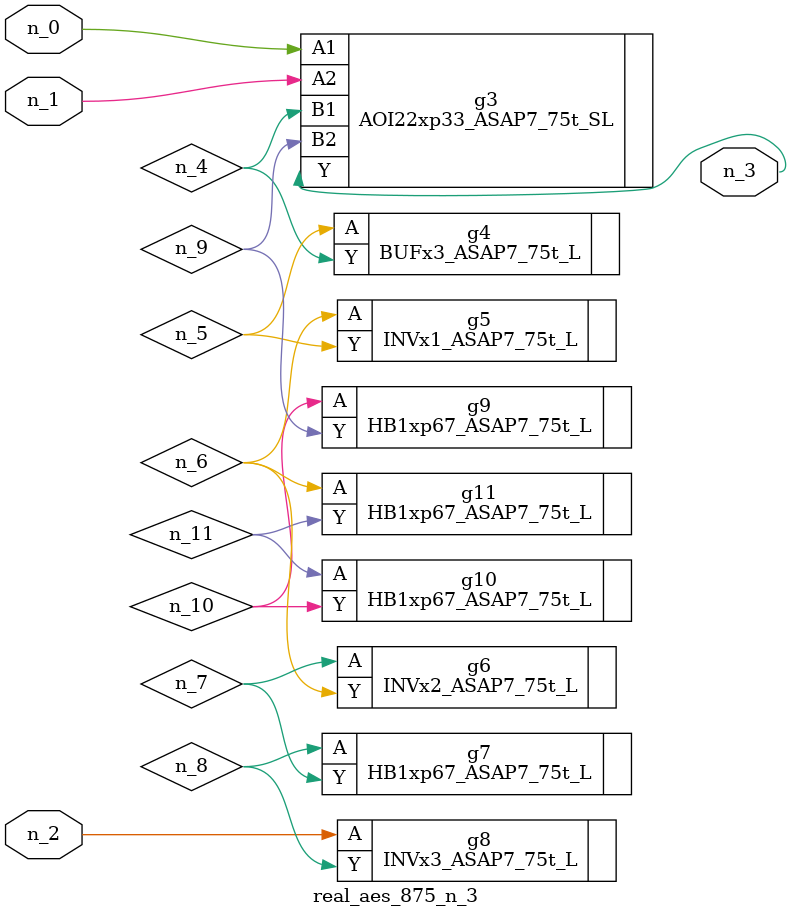
<source format=v>
module real_aes_875_n_3 (n_0, n_2, n_1, n_3);
input n_0;
input n_2;
input n_1;
output n_3;
wire n_4;
wire n_5;
wire n_7;
wire n_9;
wire n_6;
wire n_8;
wire n_10;
wire n_11;
AOI22xp33_ASAP7_75t_SL g3 ( .A1(n_0), .A2(n_1), .B1(n_4), .B2(n_9), .Y(n_3) );
INVx3_ASAP7_75t_L g8 ( .A(n_2), .Y(n_8) );
BUFx3_ASAP7_75t_L g4 ( .A(n_5), .Y(n_4) );
INVx1_ASAP7_75t_L g5 ( .A(n_6), .Y(n_5) );
HB1xp67_ASAP7_75t_L g11 ( .A(n_6), .Y(n_11) );
INVx2_ASAP7_75t_L g6 ( .A(n_7), .Y(n_6) );
HB1xp67_ASAP7_75t_L g7 ( .A(n_8), .Y(n_7) );
HB1xp67_ASAP7_75t_L g9 ( .A(n_10), .Y(n_9) );
HB1xp67_ASAP7_75t_L g10 ( .A(n_11), .Y(n_10) );
endmodule
</source>
